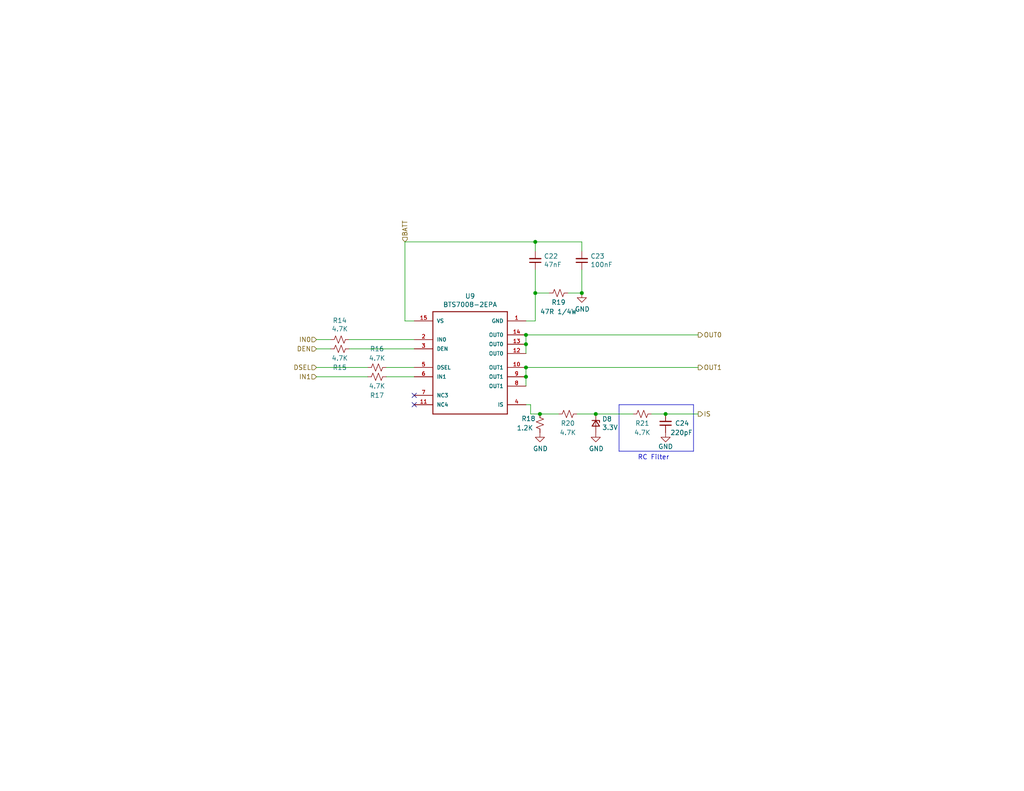
<source format=kicad_sch>
(kicad_sch (version 20250114) (generator "eeschema") (generator_version "9.0")
  (paper "USLetter")
  (title_block (title "dingoPDM") (date "2025-06-16") (rev "v7.5") (comment 3 "github.com/corygrant") (comment 4 "Cory Grant"))
  (lib_symbols
    (symbol "Device:C_Small" (pin_numbers (hide yes)) (pin_names (offset 0.254) (hide yes))
      (property "Reference" "C" (at 0.254 1.778 0))
      (property "Value" "C_Small" (at 0.254 -2.032 0))
      (symbol "C_Small_0_1"
        (polyline (pts (xy -1.524 0.508) (xy 1.524 0.508)) (stroke (width 0.3048)))
        (polyline (pts (xy -1.524 -0.508) (xy 1.524 -0.508)) (stroke (width 0.3302)))
      )
      (symbol "C_Small_1_1"
        (pin passive line (at 0 2.54 270) (length 2.032) (name "~") (number "1"))
        (pin passive line (at 0 -2.54 90) (length 2.032) (name "~") (number "2"))
      )
    )
    (symbol "Device:D_Zener_Small" (pin_numbers (hide yes)) (pin_names (offset 0.254) (hide yes))
      (property "Reference" "D" (at 0 2.286 0))
      (property "Value" "D_Zener_Small" (at 0 -2.286 0))
      (symbol "D_Zener_Small_0_1"
        (polyline (pts (xy -0.254 1.016) (xy -0.762 1.016) (xy -0.762 -1.016)) (stroke (width 0.254)))
        (polyline (pts (xy 0.762 1.016) (xy -0.762 0) (xy 0.762 -1.016) (xy 0.762 1.016)) (stroke (width 0.254)))
        (polyline (pts (xy 0.762 0) (xy -0.762 0)))
      )
      (symbol "D_Zener_Small_1_1"
        (pin passive line (at -2.54 0 0) (length 1.778) (name "K") (number "1"))
        (pin passive line (at 2.54 0 180) (length 1.778) (name "A") (number "2"))
      )
    )
    (symbol "Device:R_Small_US" (pin_numbers (hide yes)) (pin_names (offset 0.254) (hide yes))
      (property "Reference" "R" (at 0.762 0.508 0))
      (property "Value" "R_Small_US" (at 0.762 -1.016 0))
      (symbol "R_Small_US_1_1"
        (polyline (pts (xy 0 1.524) (xy 1.016 1.143) (xy 0 0.762) (xy -1.016 0.381) (xy 0 0)))
        (polyline (pts (xy 0 0) (xy 1.016 -0.381) (xy 0 -0.762) (xy -1.016 -1.143) (xy 0 -1.524)))
        (pin passive line (at 0 2.54 270) (length 1.016) (name "~") (number "1"))
        (pin passive line (at 0 -2.54 90) (length 1.016) (name "~") (number "2"))
      )
    )
    (symbol "Profet:BTS7008-2EPA" (pin_names (offset 1.016))
      (property "Reference" "U?" (at 0 0 0))
      (property "Value" "Profet_BTS7008-2EPA" (at 0 -32.0294 0))
      (symbol "BTS7008-2EPA_0_0"
        (polyline (pts (xy 0 0) (xy 20.32 0)) (stroke (width 0.254)))
        (polyline (pts (xy 0 -27.94) (xy 0 0)) (stroke (width 0.254)))
        (polyline (pts (xy 0 -27.94) (xy 20.32 -27.94)) (stroke (width 0.254)))
        (polyline (pts (xy 20.32 0) (xy 20.32 -27.94)) (stroke (width 0.254)))
        (pin power_in line (at -5.08 -2.54 0) (length 5.08) (name "VS") (number "15"))
        (pin input line (at -5.08 -7.62 0) (length 5.08) (name "IN0") (number "2"))
        (pin input line (at -5.08 -10.16 0) (length 5.08) (name "DEN") (number "3"))
        (pin input line (at -5.08 -15.24 0) (length 5.08) (name "DSEL") (number "5"))
        (pin input line (at -5.08 -17.78 0) (length 5.08) (name "IN1") (number "6"))
        (pin passive line (at -5.08 -22.86 0) (length 5.08) (name "NC3") (number "7"))
        (pin passive line (at -5.08 -25.4 0) (length 5.08) (name "NC4") (number "11"))
        (pin power_in line (at 25.4 -2.54 180) (length 5.08) (name "GND") (number "1"))
        (pin output line (at 25.4 -6.35 180) (length 5.08) (name "OUT0") (number "14"))
        (pin output line (at 25.4 -8.89 180) (length 5.08) (name "OUT0") (number "13"))
        (pin output line (at 25.4 -11.43 180) (length 5.08) (name "OUT0") (number "12"))
        (pin output line (at 25.4 -15.24 180) (length 5.08) (name "OUT1") (number "10"))
        (pin output line (at 25.4 -17.78 180) (length 5.08) (name "OUT1") (number "9"))
        (pin output line (at 25.4 -20.32 180) (length 5.08) (name "OUT1") (number "8"))
        (pin output line (at 25.4 -25.4 180) (length 5.08) (name "IS") (number "4"))
      )
    )
    (symbol "power:GND" (power) (pin_names (offset 0))
      (property "Value" "GND" (at 0 -3.81 0))
      (symbol "GND_0_1"
        (polyline (pts (xy 0 0) (xy 0 -1.27) (xy 1.27 -1.27) (xy 0 -2.54) (xy -1.27 -1.27) (xy 0 -1.27)))
      )
      (symbol "GND_1_1"
        (pin power_in line (at 0 0 270) (length 0) (hide yes) (name "GND") (number "1"))
      )
    )
  )
  (text "RC Filter" (at 173.99 125.73 0) (effects (font (size 1.27 1.27)) (justify left bottom)))
  (junction (at 181.61 113.03))
  (junction (at 162.56 113.03))
  (junction (at 143.51 91.44))
  (junction (at 143.51 93.98))
  (junction (at 146.05 80.01))
  (junction (at 147.32 113.03))
  (junction (at 146.05 66.04))
  (junction (at 158.75 80.01))
  (junction (at 143.51 102.87))
  (junction (at 143.51 100.33))
  (no_connect (at 113.03 107.95))
  (no_connect (at 113.03 110.49))
  (wire (pts (xy 146.05 87.63) (xy 146.05 80.01)))
  (polyline (pts (xy 189.23 123.19) (xy 168.91 123.19)))
  (wire (pts (xy 162.56 113.03) (xy 172.72 113.03)))
  (polyline (pts (xy 168.91 123.19) (xy 168.91 110.49)))
  (wire (pts (xy 154.94 80.01) (xy 158.75 80.01)))
  (wire (pts (xy 146.05 66.04) (xy 158.75 66.04)))
  (wire (pts (xy 113.03 100.33) (xy 105.41 100.33)))
  (wire (pts (xy 146.05 66.04) (xy 110.49 66.04)))
  (wire (pts (xy 143.51 91.44) (xy 190.5 91.44)))
  (polyline (pts (xy 168.91 110.49) (xy 189.23 110.49)))
  (wire (pts (xy 181.61 113.03) (xy 190.5 113.03)))
  (wire (pts (xy 113.03 95.25) (xy 95.25 95.25)))
  (wire (pts (xy 110.49 87.63) (xy 113.03 87.63)))
  (wire (pts (xy 143.51 110.49) (xy 144.78 110.49)))
  (wire (pts (xy 143.51 87.63) (xy 146.05 87.63)))
  (wire (pts (xy 113.03 92.71) (xy 95.25 92.71)))
  (wire (pts (xy 143.51 100.33) (xy 143.51 102.87)))
  (wire (pts (xy 146.05 73.66) (xy 146.05 80.01)))
  (wire (pts (xy 146.05 80.01) (xy 149.86 80.01)))
  (wire (pts (xy 86.36 100.33) (xy 100.33 100.33)))
  (wire (pts (xy 86.36 92.71) (xy 90.17 92.71)))
  (wire (pts (xy 143.51 91.44) (xy 143.51 93.98)))
  (wire (pts (xy 143.51 100.33) (xy 190.5 100.33)))
  (wire (pts (xy 86.36 95.25) (xy 90.17 95.25)))
  (wire (pts (xy 147.32 113.03) (xy 152.4 113.03)))
  (wire (pts (xy 158.75 80.01) (xy 158.75 73.66)))
  (wire (pts (xy 144.78 110.49) (xy 144.78 113.03)))
  (polyline (pts (xy 189.23 110.49) (xy 189.23 123.19)))
  (wire (pts (xy 144.78 113.03) (xy 147.32 113.03)))
  (wire (pts (xy 110.49 66.04) (xy 110.49 87.63)))
  (wire (pts (xy 157.48 113.03) (xy 162.56 113.03)))
  (wire (pts (xy 86.36 102.87) (xy 100.33 102.87)))
  (wire (pts (xy 177.8 113.03) (xy 181.61 113.03)))
  (wire (pts (xy 143.51 93.98) (xy 143.51 96.52)))
  (wire (pts (xy 105.41 102.87) (xy 113.03 102.87)))
  (wire (pts (xy 146.05 68.58) (xy 146.05 66.04)))
  (wire (pts (xy 143.51 102.87) (xy 143.51 105.41)))
  (wire (pts (xy 158.75 66.04) (xy 158.75 68.58)))
  (hierarchical_label "IN1" (shape input) (at 86.36 102.87 180))
  (hierarchical_label "OUT1" (shape output) (at 190.5 100.33 0))
  (hierarchical_label "DEN" (shape input) (at 86.36 95.25 180))
  (hierarchical_label "IN0" (shape input) (at 86.36 92.71 180))
  (hierarchical_label "OUT0" (shape output) (at 190.5 91.44 0))
  (hierarchical_label "BATT" (shape input) (at 110.49 66.04 90))
  (hierarchical_label "IS" (shape output) (at 190.5 113.03 0))
  (hierarchical_label "DSEL" (shape input) (at 86.36 100.33 180))
  (symbol (lib_id "Profet:BTS7008-2EPA") (at 118.11 85.09 0) (unit 1)
    (property "Reference" "U10" (at 128.27 80.8482 0))
    (property "Value" "BTS7008-2EPA" (at 128.27 83.1596 0))
    (property "Footprint" "dingoPDM:TDSO-14" (effects (hide yes)))
    (property "Digi-Key_PN" "BTS70082EPAXUMA1CT-ND" (effects (hide yes)))
    (property "LCSC" "C2150060" (effects (hide yes)))
    (instances (project "DingoPDM" (path "" (reference "U9") (unit 1)) (path "" (reference "U8") (unit 1)) (path "" (reference "U11") (unit 1)) (path "" (reference "U13") (unit 1)) (path "" (reference "U10") (unit 1))))
  )
  (symbol (lib_id "Device:R_Small_US") (at 92.71 92.71 270) (unit 1)
    (property "Reference" "R34" (at 92.71 87.503 90))
    (property "Value" "4.7K" (at 92.71 89.8144 90))
    (property "Footprint" "Resistor_SMD:R_0805_2012Metric" (effects (hide yes)))
    (property "Digi-Key_PN" "311-4.70KCRCT-ND" (effects (hide yes)))
    (property "LCSC" "C17673" (effects (hide yes)))
    (instances (project "DingoPDM" (path "" (reference "R14") (unit 1)) (path "" (reference "R13") (unit 1)) (path "" (reference "R26") (unit 1)) (path "" (reference "R43") (unit 1)) (path "" (reference "R34") (unit 1))))
  )
  (symbol (lib_id "Device:R_Small_US") (at 92.71 95.25 270) (unit 1)
    (property "Reference" "R35" (at 92.71 100.33 90))
    (property "Value" "4.7K" (at 92.71 97.79 90))
    (property "Footprint" "Resistor_SMD:R_0805_2012Metric" (effects (hide yes)))
    (property "Digi-Key_PN" "311-4.70KCRCT-ND" (effects (hide yes)))
    (property "LCSC" "C17673" (effects (hide yes)))
    (instances (project "DingoPDM" (path "" (reference "R15") (unit 1)) (path "" (reference "R22") (unit 1)) (path "" (reference "R27") (unit 1)) (path "" (reference "R44") (unit 1)) (path "" (reference "R35") (unit 1))))
  )
  (symbol (lib_id "Device:C_Small") (at 158.75 71.12 180) (unit 1)
    (property "Reference" "C33" (at 161.0868 69.9516 0) (effects (justify right)))
    (property "Value" "100nF" (at 161.0868 72.263 0) (effects (justify right)))
    (property "Footprint" "Capacitor_SMD:C_0805_2012Metric" (effects (hide yes)))
    (property "Digi-Key_PN" "478-1395-1-ND" (effects (hide yes)))
    (property "LCSC" "C49678" (effects (hide yes)))
    (instances (project "DingoPDM" (path "" (reference "C23") (unit 1)) (path "" (reference "C26") (unit 1)) (path "" (reference "C31") (unit 1)) (path "" (reference "C36") (unit 1)) (path "" (reference "C33") (unit 1))))
  )
  (symbol (lib_id "Device:C_Small") (at 146.05 71.12 180) (unit 1)
    (property "Reference" "C10" (at 148.3868 69.9516 0) (effects (justify right)))
    (property "Value" "47nF" (at 148.3868 72.263 0) (effects (justify right)))
    (property "Footprint" "Capacitor_SMD:C_0805_2012Metric" (effects (hide yes)))
    (property "Digi-Key_PN" "399-1166-1-ND" (effects (hide yes)))
    (property "LCSC" "C520039" (effects (hide yes)))
    (instances (project "DingoPDM" (path "" (reference "C22") (unit 1)) (path "" (reference "C25") (unit 1)) (path "" (reference "C30") (unit 1)) (path "" (reference "C35") (unit 1)) (path "" (reference "C10") (unit 1))))
  )
  (symbol (lib_id "Device:R_Small_US") (at 152.4 80.01 270) (unit 1)
    (property "Reference" "R39" (at 152.4 82.55 90))
    (property "Value" "47R 1/4W" (at 152.4 85.09 90))
    (property "Footprint" "Resistor_SMD:R_1206_3216Metric" (effects (hide yes)))
    (property "Digi-Key_PN" "311-47.0FRCT-ND" (effects (hide yes)))
    (property "LCSC" "C2907508" (effects (hide yes)))
    (instances (project "DingoPDM" (path "" (reference "R19") (unit 1)) (path "" (reference "R59") (unit 1)) (path "" (reference "R31") (unit 1)) (path "" (reference "R48") (unit 1)) (path "" (reference "R39") (unit 1))))
  )
  (symbol (lib_id "power:GND") (at 158.75 80.01 0) (unit 1)
    (property "Reference" "#PWR074" (effects (hide yes)))
    (property "Value" "GND" (at 158.877 84.4042 0))
    (instances (project "DingoPDM" (path "" (reference "#PWR055") (unit 1)) (path "" (reference "#PWR060") (unit 1)) (path "" (reference "#PWR069") (unit 1)) (path "" (reference "#PWR079") (unit 1)) (path "" (reference "#PWR074") (unit 1))))
  )
  (symbol (lib_id "Device:R_Small_US") (at 175.26 113.03 270) (unit 1)
    (property "Reference" "R41" (at 175.26 115.57 90))
    (property "Value" "4.7K" (at 175.26 118.11 90))
    (property "Footprint" "Resistor_SMD:R_0805_2012Metric" (effects (hide yes)))
    (property "Digi-Key_PN" "311-4.70KCRCT-ND" (effects (hide yes)))
    (property "LCSC" "C17673" (effects (hide yes)))
    (instances (project "DingoPDM" (path "" (reference "R21") (unit 1)) (path "" (reference "R61") (unit 1)) (path "" (reference "R33") (unit 1)) (path "" (reference "R50") (unit 1)) (path "" (reference "R41") (unit 1))))
  )
  (symbol (lib_id "Device:C_Small") (at 181.61 115.57 180) (unit 1)
    (property "Reference" "C34" (at 184.15 115.57 0) (effects (justify right)))
    (property "Value" "220pF" (at 182.88 118.11 0) (effects (justify right)))
    (property "Footprint" "Capacitor_SMD:C_0805_2012Metric" (effects (hide yes)))
    (property "Digi-Key_PN" "399-1138-1-ND" (effects (hide yes)))
    (property "LCSC" "C576920" (effects (hide yes)))
    (instances (project "DingoPDM" (path "" (reference "C24") (unit 1)) (path "" (reference "C27") (unit 1)) (path "" (reference "C32") (unit 1)) (path "" (reference "C37") (unit 1)) (path "" (reference "C34") (unit 1))))
  )
  (symbol (lib_id "Device:R_Small_US") (at 147.32 115.57 0) (unit 1)
    (property "Reference" "R38" (at 142.24 114.3 0) (effects (justify left)))
    (property "Value" "1.2K" (at 140.97 116.84 0) (effects (justify left)))
    (property "Footprint" "Resistor_SMD:R_0805_2012Metric" (effects (hide yes)))
    (property "Digi-Key_PN" "311-1.20KCRCT-ND" (effects (hide yes)))
    (property "LCSC" "C2933520" (effects (hide yes)))
    (instances (project "DingoPDM" (path "" (reference "R18") (unit 1)) (path "" (reference "R58") (unit 1)) (path "" (reference "R30") (unit 1)) (path "" (reference "R47") (unit 1)) (path "" (reference "R38") (unit 1))))
  )
  (symbol (lib_id "Device:R_Small_US") (at 154.94 113.03 270) (unit 1)
    (property "Reference" "R40" (at 154.94 115.57 90))
    (property "Value" "4.7K" (at 154.94 118.11 90))
    (property "Footprint" "Resistor_SMD:R_0805_2012Metric" (effects (hide yes)))
    (property "Digi-Key_PN" "311-4.70KCRCT-ND" (effects (hide yes)))
    (property "LCSC" "C17673" (effects (hide yes)))
    (instances (project "DingoPDM" (path "" (reference "R20") (unit 1)) (path "" (reference "R60") (unit 1)) (path "" (reference "R32") (unit 1)) (path "" (reference "R49") (unit 1)) (path "" (reference "R40") (unit 1))))
  )
  (symbol (lib_id "Device:D_Zener_Small") (at 162.56 115.57 270) (unit 1)
    (property "Reference" "D13" (at 164.2872 114.4016 90) (effects (justify left)))
    (property "Value" "3.3V" (at 164.2872 116.713 90) (effects (justify left)))
    (property "Footprint" "Diode_SMD:D_SOD-323_HandSoldering" (effects (hide yes)))
    (property "Digi-Key_PN" "1727-5150-1-ND" (effects (hide yes)))
    (property "LCSC" "C426855" (effects (hide yes)))
    (instances (project "DingoPDM" (path "" (reference "D8") (unit 1)) (path "" (reference "D9") (unit 1)) (path "" (reference "D12") (unit 1)) (path "" (reference "D14") (unit 1)) (path "" (reference "D13") (unit 1))))
  )
  (symbol (lib_id "power:GND") (at 147.32 118.11 0) (unit 1)
    (property "Reference" "#PWR072" (effects (hide yes)))
    (property "Value" "GND" (at 147.447 122.5042 0))
    (instances (project "DingoPDM" (path "" (reference "#PWR052") (unit 1)) (path "" (reference "#PWR059") (unit 1)) (path "" (reference "#PWR068") (unit 1)) (path "" (reference "#PWR078") (unit 1)) (path "" (reference "#PWR072") (unit 1))))
  )
  (symbol (lib_id "power:GND") (at 162.56 118.11 0) (unit 1)
    (property "Reference" "#PWR075" (effects (hide yes)))
    (property "Value" "GND" (at 162.687 122.5042 0))
    (instances (project "DingoPDM" (path "" (reference "#PWR056") (unit 1)) (path "" (reference "#PWR061") (unit 1)) (path "" (reference "#PWR070") (unit 1)) (path "" (reference "#PWR080") (unit 1)) (path "" (reference "#PWR075") (unit 1))))
  )
  (symbol (lib_id "power:GND") (at 181.61 118.11 0) (unit 1)
    (property "Reference" "#PWR076" (effects (hide yes)))
    (property "Value" "GND" (at 181.61 121.92 0))
    (instances (project "DingoPDM" (path "" (reference "#PWR057") (unit 1)) (path "" (reference "#PWR062") (unit 1)) (path "" (reference "#PWR071") (unit 1)) (path "" (reference "#PWR081") (unit 1)) (path "" (reference "#PWR076") (unit 1))))
  )
  (symbol (lib_id "Device:R_Small_US") (at 102.87 100.33 90) (unit 1)
    (property "Reference" "R36" (at 102.87 95.25 90))
    (property "Value" "4.7K" (at 102.87 97.79 90))
    (property "Footprint" "Resistor_SMD:R_0805_2012Metric" (effects (hide yes)))
    (property "Digi-Key_PN" "311-4.70KCRCT-ND" (effects (hide yes)))
    (property "LCSC" "C17673" (effects (hide yes)))
    (instances (project "DingoPDM" (path "" (reference "R16") (unit 1)) (path "" (reference "R23") (unit 1)) (path "" (reference "R28") (unit 1)) (path "" (reference "R45") (unit 1)) (path "" (reference "R36") (unit 1))))
  )
  (symbol (lib_id "Device:R_Small_US") (at 102.87 102.87 270) (unit 1)
    (property "Reference" "R37" (at 102.87 107.95 90))
    (property "Value" "4.7K" (at 102.87 105.41 90))
    (property "Footprint" "Resistor_SMD:R_0805_2012Metric" (effects (hide yes)))
    (property "Digi-Key_PN" "311-4.70KCRCT-ND" (effects (hide yes)))
    (property "LCSC" "C17673" (effects (hide yes)))
    (instances (project "DingoPDM" (path "" (reference "R17") (unit 1)) (path "" (reference "R24") (unit 1)) (path "" (reference "R29") (unit 1)) (path "" (reference "R46") (unit 1)) (path "" (reference "R37") (unit 1))))
  )
)
</source>
